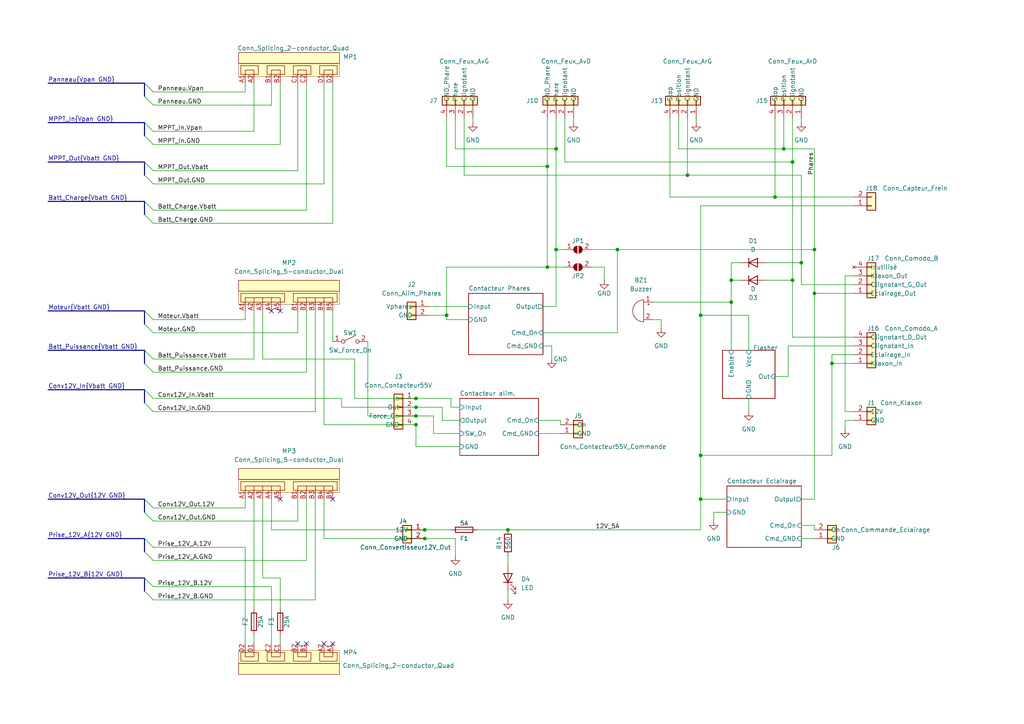
<source format=kicad_sch>
(kicad_sch (version 20211123) (generator eeschema)
  (paper "A4")
  (title_block (title "Boitier électrique vhéliotech") (date "2025-04-09") (rev "Beta 0.2") (company "Vélo solaire pour tous") (comment 1 "Licence CERN-OHL-S version 2"))
  (lib_symbols
    (symbol "Conn_Feux_Arriere_1" (pin_names (offset 1.016))
      (property "Reference" "J" (at 0 5.08 0))
      (property "Value" "Conn_Feux_Arriere_1" (at 0 -7.62 0))
      (symbol "Conn_Feux_Arriere_1_1_1"
        (rectangle (start -1.27 -4.953) (end 0 -5.207) (stroke (width 0.1524)))
        (rectangle (start -1.27 -2.413) (end 0 -2.667) (stroke (width 0.1524)))
        (rectangle (start -1.27 0.127) (end 0 -0.127) (stroke (width 0.1524)))
        (rectangle (start -1.27 2.667) (end 0 2.413) (stroke (width 0.1524)))
        (rectangle (start -1.27 3.81) (end 1.27 -6.35) (stroke (width 0.254)) (fill (type background)))
        (pin power_in line (at -5.08 2.54 0) (length 3.81) (name "GND") (number "1"))
        (pin passive line (at -5.08 0 0) (length 3.81) (name "Clignotant") (number "2"))
        (pin passive line (at -5.08 -2.54 0) (length 3.81) (name "Position") (number "3"))
        (pin passive line (at -5.08 -5.08 0) (length 3.81) (name "Stop") (number "4"))
      )
    )
    (symbol "Connector_Generic:Conn_01x02" (pin_names (offset 1.016) hide)
      (property "Reference" "J" (at 0 2.54 0))
      (property "Value" "Conn_01x02" (at 0 -5.08 0))
      (symbol "Conn_01x02_1_1"
        (rectangle (start -1.27 -2.413) (end 0 -2.667) (stroke (width 0.1524)))
        (rectangle (start -1.27 0.127) (end 0 -0.127) (stroke (width 0.1524)))
        (rectangle (start -1.27 1.27) (end 1.27 -3.81) (stroke (width 0.254)) (fill (type background)))
        (pin passive line (at -5.08 0 0) (length 3.81) (name "Pin_1") (number "1"))
        (pin passive line (at -5.08 -2.54 0) (length 3.81) (name "Pin_2") (number "2"))
      )
    )
    (symbol "Device:Buzzer" (pin_names (offset 0.0254) hide)
      (property "Reference" "BZ" (at 3.81 1.27 0))
      (property "Value" "Buzzer" (at 3.81 -1.27 0))
      (symbol "Buzzer_0_1"
        (arc (start 0 -3.175) (mid 3.175 0) (end 0 3.175))
        (polyline (pts (xy -1.651 1.905) (xy -1.143 1.905)))
        (polyline (pts (xy -1.397 2.159) (xy -1.397 1.651)))
        (polyline (pts (xy 0 3.175) (xy 0 -3.175)))
      )
      (symbol "Buzzer_1_1"
        (pin passive line (at -2.54 2.54 0) (length 2.54) (name "-") (number "1"))
        (pin passive line (at -2.54 -2.54 0) (length 2.54) (name "+") (number "2"))
      )
    )
    (symbol "Device:D" (pin_numbers hide) (pin_names (offset 1.016) hide)
      (property "Reference" "D" (at 0 2.54 0))
      (property "Value" "D" (at 0 -2.54 0))
      (symbol "D_0_1"
        (polyline (pts (xy -1.27 1.27) (xy -1.27 -1.27)) (stroke (width 0.254)))
        (polyline (pts (xy 1.27 0) (xy -1.27 0)))
        (polyline (pts (xy 1.27 1.27) (xy 1.27 -1.27) (xy -1.27 0) (xy 1.27 1.27)) (stroke (width 0.254)))
      )
      (symbol "D_1_1"
        (pin passive line (at -3.81 0 0) (length 2.54) (name "K") (number "1"))
        (pin passive line (at 3.81 0 180) (length 2.54) (name "A") (number "2"))
      )
    )
    (symbol "Device:LED" (pin_numbers hide) (pin_names (offset 1.016) hide)
      (property "Reference" "D" (at 0 2.54 0))
      (property "Value" "LED" (at 0 -2.54 0))
      (symbol "LED_0_1"
        (polyline (pts (xy -1.27 -1.27) (xy -1.27 1.27)) (stroke (width 0.254)))
        (polyline (pts (xy -1.27 0) (xy 1.27 0)))
        (polyline (pts (xy 1.27 -1.27) (xy 1.27 1.27) (xy -1.27 0) (xy 1.27 -1.27)) (stroke (width 0.254)))
        (polyline (pts (xy -3.048 -0.762) (xy -4.572 -2.286) (xy -3.81 -2.286) (xy -4.572 -2.286) (xy -4.572 -1.524)))
        (polyline (pts (xy -1.778 -0.762) (xy -3.302 -2.286) (xy -2.54 -2.286) (xy -3.302 -2.286) (xy -3.302 -1.524)))
      )
      (symbol "LED_1_1"
        (pin passive line (at -3.81 0 0) (length 2.54) (name "K") (number "1"))
        (pin passive line (at 3.81 0 180) (length 2.54) (name "A") (number "2"))
      )
    )
    (symbol "Device:R" (pin_numbers hide) (pin_names (offset 0))
      (property "Reference" "R" (at 2.032 0 90))
      (property "Value" "R" (at 0 0 90))
      (symbol "R_0_1"
        (rectangle (start -1.016 -2.54) (end 1.016 2.54) (stroke (width 0.254)))
      )
      (symbol "R_1_1"
        (pin passive line (at 0 3.81 270) (length 1.27) (name "~") (number "1"))
        (pin passive line (at 0 -3.81 90) (length 1.27) (name "~") (number "2"))
      )
    )
    (symbol "Jumper:SolderJumper_2_Open" (pin_names (offset 0) hide)
      (property "Reference" "JP" (at 0 2.032 0))
      (property "Value" "SolderJumper_2_Open" (at 0 -2.54 0))
      (symbol "SolderJumper_2_Open_0_1"
        (arc (start -0.254 1.016) (mid -1.27 0) (end -0.254 -1.016))
        (arc (start -0.254 1.016) (mid -1.27 0) (end -0.254 -1.016) (fill (type outline)))
        (polyline (pts (xy -0.254 1.016) (xy -0.254 -1.016)))
        (polyline (pts (xy 0.254 1.016) (xy 0.254 -1.016)))
        (arc (start 0.254 -1.016) (mid 1.27 0) (end 0.254 1.016))
        (arc (start 0.254 -1.016) (mid 1.27 0) (end 0.254 1.016) (fill (type outline)))
      )
      (symbol "SolderJumper_2_Open_1_1"
        (pin passive line (at -3.81 0 0) (length 2.54) (name "A") (number "1"))
        (pin passive line (at 3.81 0 180) (length 2.54) (name "B") (number "2"))
      )
    )
    (symbol "Switch:SW_SPST" (pin_names (offset 0) hide)
      (property "Reference" "SW" (at 0 3.175 0))
      (property "Value" "SW_SPST" (at 0 -2.54 0))
      (symbol "SW_SPST_0_0"
        (circle (center -2.032 0) (radius 0.508))
        (polyline (pts (xy -1.524 0.254) (xy 1.524 1.778)))
        (circle (center 2.032 0) (radius 0.508))
      )
      (symbol "SW_SPST_1_1"
        (pin passive line (at -5.08 0 0) (length 2.54) (name "A") (number "1"))
        (pin passive line (at 5.08 0 180) (length 2.54) (name "B") (number "2"))
      )
    )
    (symbol "circuit:Conn_Alim_Phares" (pin_names (offset 1.016))
      (property "Reference" "J" (at 0 2.54 0))
      (property "Value" "Conn_Alim_Phares" (at 0 -5.08 0))
      (symbol "Conn_Alim_Phares_1_1"
        (rectangle (start -1.27 -2.413) (end 0 -2.667) (stroke (width 0.1524)))
        (rectangle (start -1.27 0.127) (end 0 -0.127) (stroke (width 0.1524)))
        (rectangle (start -1.27 1.27) (end 1.27 -3.81) (stroke (width 0.254)) (fill (type background)))
        (pin power_out line (at -5.08 0 0) (length 3.81) (name "Vphares") (number "1"))
        (pin power_out line (at -5.08 -2.54 0) (length 3.81) (name "GND") (number "2"))
      )
    )
    (symbol "circuit:Conn_Commande_Eclairage" (pin_names (offset 1.016))
      (property "Reference" "J" (at 0 2.54 0))
      (property "Value" "Conn_Commande_Eclairage" (at 0 -5.08 0))
      (symbol "Conn_Commande_Eclairage_1_1"
        (rectangle (start -1.27 -2.413) (end 0 -2.667) (stroke (width 0.1524)))
        (rectangle (start -1.27 0.127) (end 0 -0.127) (stroke (width 0.1524)))
        (rectangle (start -1.27 1.27) (end 1.27 -3.81) (stroke (width 0.254)) (fill (type background)))
        (pin power_in line (at -5.08 0 0) (length 3.81) (name "GND") (number "1"))
        (pin passive line (at -5.08 -2.54 0) (length 3.81) (name "On") (number "2"))
      )
    )
    (symbol "circuit:Conn_Comodo_A" (pin_names (offset 1.016))
      (property "Reference" "J" (at 0 5.08 0))
      (property "Value" "Conn_Comodo_A" (at 0 -7.62 0))
      (symbol "Conn_Comodo_A_1_1"
        (rectangle (start -1.27 -4.953) (end 0 -5.207) (stroke (width 0.1524)))
        (rectangle (start -1.27 -2.413) (end 0 -2.667) (stroke (width 0.1524)))
        (rectangle (start -1.27 0.127) (end 0 -0.127) (stroke (width 0.1524)))
        (rectangle (start -1.27 2.667) (end 0 2.413) (stroke (width 0.1524)))
        (rectangle (start -1.27 3.81) (end 1.27 -6.35) (stroke (width 0.254)) (fill (type background)))
        (pin passive line (at -5.08 2.54 0) (length 3.81) (name "Klaxon_In") (number "1"))
        (pin passive line (at -5.08 0 0) (length 3.81) (name "Eclairage_In") (number "2"))
        (pin passive line (at -5.08 -2.54 0) (length 3.81) (name "Clignotant_In") (number "3"))
        (pin passive line (at -5.08 -5.08 0) (length 3.81) (name "Clignotant_D_Out") (number "4"))
      )
    )
    (symbol "circuit:Conn_Comodo_B" (pin_names (offset 1.016))
      (property "Reference" "J" (at 0 5.08 0))
      (property "Value" "Conn_Comodo_B" (at 0 -7.62 0))
      (symbol "Conn_Comodo_B_1_1"
        (rectangle (start -1.27 -4.953) (end 0 -5.207) (stroke (width 0.1524)))
        (rectangle (start -1.27 -2.413) (end 0 -2.667) (stroke (width 0.1524)))
        (rectangle (start -1.27 0.127) (end 0 -0.127) (stroke (width 0.1524)))
        (rectangle (start -1.27 2.667) (end 0 2.413) (stroke (width 0.1524)))
        (rectangle (start -1.27 3.81) (end 1.27 -6.35) (stroke (width 0.254)) (fill (type background)))
        (pin passive line (at -5.08 2.54 0) (length 3.81) (name "Eclairage_Out") (number "1"))
        (pin passive line (at -5.08 0 0) (length 3.81) (name "Clignotant_G_Out") (number "2"))
        (pin passive line (at -5.08 -2.54 0) (length 3.81) (name "Klaxon_Out") (number "3"))
        (pin no_connect line (at -5.08 -5.08 0) (length 3.81) (name "Inutilisé") (number "4"))
      )
    )
    (symbol "circuit:Conn_Contacteur55V" (pin_names (offset 1.016))
      (property "Reference" "J" (at 0 5.08 0))
      (property "Value" "Conn_Contacteur55V" (at 0 -7.62 0))
      (symbol "Conn_Contacteur55V_1_1"
        (rectangle (start -1.27 -4.953) (end 0 -5.207) (stroke (width 0.1524)))
        (rectangle (start -1.27 -2.413) (end 0 -2.667) (stroke (width 0.1524)))
        (rectangle (start -1.27 0.127) (end 0 -0.127) (stroke (width 0.1524)))
        (rectangle (start -1.27 2.667) (end 0 2.413) (stroke (width 0.1524)))
        (rectangle (start -1.27 3.81) (end 1.27 -6.35) (stroke (width 0.254)) (fill (type background)))
        (pin power_in line (at -5.08 2.54 0) (length 3.81) (name "In") (number "1"))
        (pin power_in line (at -5.08 0 0) (length 3.81) (name "Out") (number "2"))
        (pin passive line (at -5.08 -2.54 0) (length 3.81) (name "Force_On") (number "3"))
        (pin power_in line (at -5.08 -5.08 0) (length 3.81) (name "GND") (number "4"))
      )
    )
    (symbol "circuit:Conn_Contacteur55V_Commande" (pin_names (offset 1.016))
      (property "Reference" "J" (at 0 2.54 0))
      (property "Value" "Conn_Contacteur55V_Commande" (at 0 -5.08 0))
      (symbol "Conn_Contacteur55V_Commande_1_1"
        (rectangle (start -1.27 -2.413) (end 0 -2.667) (stroke (width 0.1524)))
        (rectangle (start -1.27 0.127) (end 0 -0.127) (stroke (width 0.1524)))
        (rectangle (start -1.27 1.27) (end 1.27 -3.81) (stroke (width 0.254)) (fill (type background)))
        (pin power_in line (at -5.08 0 0) (length 3.81) (name "GND") (number "1"))
        (pin passive line (at -5.08 -2.54 0) (length 3.81) (name "On") (number "2"))
      )
    )
    (symbol "circuit:Conn_Convertisseur12V_Out" (pin_names (offset 1.016))
      (property "Reference" "J" (at 0 2.54 0))
      (property "Value" "Conn_Convertisseur12V_Out" (at 0 -5.08 0))
      (symbol "Conn_Convertisseur12V_Out_1_1"
        (rectangle (start -1.27 -2.413) (end 0 -2.667) (stroke (width 0.1524)))
        (rectangle (start -1.27 0.127) (end 0 -0.127) (stroke (width 0.1524)))
        (rectangle (start -1.27 1.27) (end 1.27 -3.81) (stroke (width 0.254)) (fill (type background)))
        (pin power_out line (at -5.08 0 0) (length 3.81) (name "12V") (number "1"))
        (pin power_out line (at -5.08 -2.54 0) (length 3.81) (name "GND") (number "2"))
      )
    )
    (symbol "circuit:Conn_Feux_Arriere" (pin_names (offset 1.016))
      (property "Reference" "J" (at 0 5.08 0))
      (property "Value" "Conn_Feux_Arriere" (at 0 -7.62 0))
      (symbol "Conn_Feux_Arriere_1_1"
        (rectangle (start -1.27 -4.953) (end 0 -5.207) (stroke (width 0.1524)))
        (rectangle (start -1.27 -2.413) (end 0 -2.667) (stroke (width 0.1524)))
        (rectangle (start -1.27 0.127) (end 0 -0.127) (stroke (width 0.1524)))
        (rectangle (start -1.27 2.667) (end 0 2.413) (stroke (width 0.1524)))
        (rectangle (start -1.27 3.81) (end 1.27 -6.35) (stroke (width 0.254)) (fill (type background)))
        (pin power_in line (at -5.08 2.54 0) (length 3.81) (name "GND") (number "1"))
        (pin passive line (at -5.08 0 0) (length 3.81) (name "Clignotant") (number "2"))
        (pin passive line (at -5.08 -2.54 0) (length 3.81) (name "Position") (number "3"))
        (pin passive line (at -5.08 -5.08 0) (length 3.81) (name "Stop") (number "4"))
      )
    )
    (symbol "circuit:Conn_Feux_Avant" (pin_names (offset 1.016))
      (property "Reference" "J" (at 0 5.08 0))
      (property "Value" "Conn_Feux_Avant" (at 0 -7.62 0))
      (symbol "Conn_Feux_Avant_1_1"
        (rectangle (start -1.27 -4.953) (end 0 -5.207) (stroke (width 0.1524)))
        (rectangle (start -1.27 -2.413) (end 0 -2.667) (stroke (width 0.1524)))
        (rectangle (start -1.27 0.127) (end 0 -0.127) (stroke (width 0.1524)))
        (rectangle (start -1.27 2.667) (end 0 2.413) (stroke (width 0.1524)))
        (rectangle (start -1.27 3.81) (end 1.27 -6.35) (stroke (width 0.254)) (fill (type background)))
        (pin power_in line (at -5.08 2.54 0) (length 3.81) (name "GND") (number "1"))
        (pin passive line (at -5.08 0 0) (length 3.81) (name "Clignotant") (number "2"))
        (pin passive line (at -5.08 -2.54 0) (length 3.81) (name "Phare") (number "3"))
        (pin power_in line (at -5.08 -5.08 0) (length 3.81) (name "GND_Phare") (number "4"))
      )
    )
    (symbol "circuit:Conn_Klaxon" (pin_names (offset 1.016))
      (property "Reference" "J" (at 0 2.54 0))
      (property "Value" "Conn_Klaxon" (at 0 -5.08 0))
      (symbol "Conn_Klaxon_1_1"
        (rectangle (start -1.27 -2.413) (end 0 -2.667) (stroke (width 0.1524)))
        (rectangle (start -1.27 0.127) (end 0 -0.127) (stroke (width 0.1524)))
        (rectangle (start -1.27 1.27) (end 1.27 -3.81) (stroke (width 0.254)) (fill (type background)))
        (pin power_in line (at -5.08 0 0) (length 3.81) (name "GND") (number "1"))
        (pin passive line (at -5.08 -2.54 0) (length 3.81) (name "12V") (number "2"))
      )
    )
    (symbol "circuit:Conn_Splicing_2-conductor_Quad"
      (property "Reference" "MP" (at 0.635 11.43 0))
      (property "Value" "Conn_Splicing_2-conductor_Quad" (at 1.27 -21.59 0))
      (symbol "Conn_Splicing_2-conductor_Quad_0_1"
        (rectangle (start -3.175 9.525) (end 0.635 -19.685) (stroke (width 0.01)) (fill (type background)))
        (rectangle (start -2.54 -13.97) (end 0 -19.05))
        (rectangle (start -2.54 -6.35) (end 0 -11.43))
        (rectangle (start -2.54 1.27) (end 0 -3.81))
        (rectangle (start -2.54 8.89) (end 0 3.81))
        (polyline (pts (xy -2.54 -15.24) (xy -1.27 -15.24) (xy -1.27 -17.78) (xy -2.54 -17.78)))
        (polyline (pts (xy -2.54 -7.62) (xy -1.27 -7.62) (xy -1.27 -10.16) (xy -2.54 -10.16)))
        (polyline (pts (xy -2.54 0) (xy -1.27 0) (xy -1.27 -2.54) (xy -2.54 -2.54)))
        (polyline (pts (xy -2.54 7.62) (xy -1.27 7.62) (xy -1.27 5.08) (xy -2.54 5.08)))
        (rectangle (start 0.635 9.525) (end 3.81 -19.685) (fill (type background)))
      )
      (symbol "Conn_Splicing_2-conductor_Quad_1_1"
        (pin passive line (at -5.08 7.62 0) (length 2.54) (name "") (number "A1"))
        (pin passive line (at -5.08 5.08 0) (length 2.54) (name "") (number "A2"))
        (pin passive line (at -5.08 0 0) (length 2.54) (name "") (number "B1"))
        (pin passive line (at -5.08 -2.54 0) (length 2.54) (name "") (number "B2"))
        (pin passive line (at -5.08 -7.62 0) (length 2.54) (name "") (number "C1"))
        (pin passive line (at -5.08 -10.16 0) (length 2.54) (name "") (number "C2"))
        (pin passive line (at -5.08 -15.24 0) (length 2.54) (name "") (number "D1"))
        (pin passive line (at -5.08 -17.78 0) (length 2.54) (name "") (number "D2"))
      )
    )
    (symbol "circuit:Conn_Splicing_5-conductor_Dual"
      (property "Reference" "MP" (at 0.635 11.43 0))
      (property "Value" "Conn_Splicing_5-conductor_Dual" (at 1.27 -21.59 0))
      (symbol "Conn_Splicing_5-conductor_Dual_0_1"
        (rectangle (start -3.175 9.525) (end 0.635 -19.685) (stroke (width 0.01)) (fill (type background)))
        (rectangle (start -2.54 -6.35) (end 0 -19.05))
        (rectangle (start -2.54 8.89) (end 0 -3.81))
        (polyline (pts (xy -1.27 -15.24) (xy -2.54 -15.24)))
        (polyline (pts (xy -1.27 -12.7) (xy -2.54 -12.7)))
        (polyline (pts (xy -1.27 -10.16) (xy -2.54 -10.16)))
        (polyline (pts (xy -1.27 0) (xy -2.54 0)))
        (polyline (pts (xy -1.27 2.54) (xy -2.54 2.54)))
        (polyline (pts (xy -1.27 5.08) (xy -2.54 5.08)))
        (polyline (pts (xy -2.54 -7.62) (xy -1.27 -7.62) (xy -1.27 -17.78) (xy -2.54 -17.78)))
        (polyline (pts (xy -2.54 7.62) (xy -1.27 7.62) (xy -1.27 -2.54) (xy -2.54 -2.54)))
        (rectangle (start 0.635 9.525) (end 3.81 -19.685) (fill (type background)))
      )
      (symbol "Conn_Splicing_5-conductor_Dual_1_1"
        (pin passive line (at -5.08 7.62 0) (length 2.54) (name "") (number "A1"))
        (pin passive line (at -5.08 5.08 0) (length 2.54) (name "") (number "A2"))
        (pin passive line (at -5.08 2.54 0) (length 2.54) (name "") (number "A3"))
        (pin passive line (at -5.08 0 0) (length 2.54) (name "") (number "A4"))
        (pin passive line (at -5.08 -2.54 0) (length 2.54) (name "") (number "A5"))
        (pin passive line (at -5.08 -7.62 0) (length 2.54) (name "") (number "B1"))
        (pin passive line (at -5.08 -10.16 0) (length 2.54) (name "") (number "B2"))
        (pin passive line (at -5.08 -12.7 0) (length 2.54) (name "") (number "B3"))
        (pin passive line (at -5.08 -15.24 0) (length 2.54) (name "") (number "B4"))
        (pin passive line (at -5.08 -17.78 0) (length 2.54) (name "") (number "B5"))
      )
    )
    (symbol "circuit:Fuse" (pin_numbers hide) (pin_names (offset 0))
      (property "Reference" "F" (at 2.032 0 90))
      (property "Value" "Fuse" (at -1.905 0 90))
      (symbol "Fuse_0_1"
        (rectangle (start -0.762 -2.54) (end 0.762 2.54) (stroke (width 0.254)))
        (polyline (pts (xy 0 2.54) (xy 0 -2.54)))
      )
      (symbol "Fuse_1_1"
        (pin passive line (at 0 3.81 270) (length 1.27) (name "~") (number "1"))
        (pin passive line (at 0 -3.81 90) (length 1.27) (name "~") (number "2"))
      )
    )
    (symbol "power:GND" (power) (pin_names (offset 0))
      (property "Value" "GND" (at 0 -3.81 0))
      (symbol "GND_0_1"
        (polyline (pts (xy 0 0) (xy 0 -1.27) (xy 1.27 -1.27) (xy 0 -2.54) (xy -1.27 -1.27) (xy 0 -1.27)))
      )
      (symbol "GND_1_1"
        (pin power_in line (at 0 0 270) (length 0) hide (name "GND") (number "1"))
      )
    )
  )
  (junction (at 203.2 132.08))
  (junction (at 123.19 156.21))
  (junction (at 179.07 72.39))
  (junction (at 199.39 50.8))
  (junction (at 161.29 43.18))
  (junction (at 224.79 57.15))
  (junction (at 120.65 123.19))
  (junction (at 120.65 115.57))
  (junction (at 229.87 81.28))
  (junction (at 203.2 91.44))
  (junction (at 227.33 43.18))
  (junction (at 161.29 72.39))
  (junction (at 229.87 46.99))
  (junction (at 120.65 120.65))
  (junction (at 212.09 81.28))
  (junction (at 120.65 118.11))
  (junction (at 241.3 105.41))
  (junction (at 236.22 72.39))
  (junction (at 158.75 48.26))
  (junction (at 212.09 87.63))
  (junction (at 147.32 153.67))
  (junction (at 123.19 153.67))
  (junction (at 129.54 91.44))
  (junction (at 236.22 85.09))
  (junction (at 203.2 144.78))
  (junction (at 232.41 76.2))
  (junction (at 158.75 77.47))
  (no_connect (at 96.52 186.69))
  (no_connect (at 96.52 144.78))
  (no_connect (at 78.74 90.17))
  (no_connect (at 88.9 186.69))
  (no_connect (at 93.98 186.69))
  (no_connect (at 86.36 186.69))
  (no_connect (at 81.28 144.78))
  (no_connect (at 81.28 90.17))
  (bus_entry (at 41.91 35.56) (size 2.54 2.54))
  (bus_entry (at 41.91 105.41) (size 2.54 2.54))
  (bus_entry (at 41.91 144.78) (size 2.54 2.54))
  (bus_entry (at 41.91 58.42) (size 2.54 2.54))
  (bus_entry (at 41.91 116.84) (size 2.54 2.54))
  (bus_entry (at 41.91 62.23) (size 2.54 2.54))
  (bus_entry (at 41.91 24.13) (size 2.54 2.54))
  (bus_entry (at 41.91 50.8) (size 2.54 2.54))
  (bus_entry (at 41.91 167.64) (size 2.54 2.54))
  (bus_entry (at 41.91 46.99) (size 2.54 2.54))
  (bus_entry (at 41.91 156.21) (size 2.54 2.54))
  (bus_entry (at 41.91 93.98) (size 2.54 2.54))
  (bus_entry (at 41.91 113.03) (size 2.54 2.54))
  (bus_entry (at 41.91 171.45) (size 2.54 2.54))
  (bus_entry (at 41.91 90.17) (size 2.54 2.54))
  (bus_entry (at 41.91 148.59) (size 2.54 2.54))
  (bus_entry (at 41.91 27.94) (size 2.54 2.54))
  (bus_entry (at 41.91 160.02) (size 2.54 2.54))
  (bus_entry (at 41.91 101.6) (size 2.54 2.54))
  (bus_entry (at 41.91 39.37) (size 2.54 2.54))
  (wire (pts (xy 125.73 125.73) (xy 125.73 120.65)))
  (wire (pts (xy 217.17 115.57) (xy 217.17 119.38)))
  (wire (pts (xy 71.12 147.32) (xy 71.12 144.78)))
  (wire (pts (xy 203.2 144.78) (xy 203.2 153.67)))
  (wire (pts (xy 212.09 87.63) (xy 212.09 101.6)))
  (wire (pts (xy 161.29 72.39) (xy 161.29 88.9)))
  (wire (pts (xy 247.65 121.92) (xy 245.11 121.92)))
  (bus (pts (xy 41.91 35.56) (xy 41.91 39.37)))
  (wire (pts (xy 124.46 88.9) (xy 135.89 88.9)))
  (wire (pts (xy 130.81 115.57) (xy 120.65 115.57)))
  (wire (pts (xy 203.2 144.78) (xy 210.82 144.78)))
  (wire (pts (xy 88.9 162.56) (xy 88.9 144.78)))
  (wire (pts (xy 129.54 34.29) (xy 129.54 48.26)))
  (wire (pts (xy 228.6 100.33) (xy 228.6 109.22)))
  (wire (pts (xy 222.25 76.2) (xy 232.41 76.2)))
  (wire (pts (xy 161.29 43.18) (xy 132.08 43.18)))
  (wire (pts (xy 212.09 81.28) (xy 212.09 87.63)))
  (bus (pts (xy 13.97 24.13) (xy 41.91 24.13)))
  (wire (pts (xy 232.41 156.21) (xy 236.22 156.21)))
  (wire (pts (xy 44.45 162.56) (xy 88.9 162.56)))
  (wire (pts (xy 125.73 120.65) (xy 120.65 120.65)))
  (bus (pts (xy 41.91 144.78) (xy 41.91 148.59)))
  (wire (pts (xy 44.45 158.75) (xy 71.12 158.75)))
  (wire (pts (xy 227.33 34.29) (xy 227.33 43.18)))
  (wire (pts (xy 44.45 170.18) (xy 78.74 170.18)))
  (wire (pts (xy 93.98 90.17) (xy 93.98 123.19)))
  (wire (pts (xy 76.2 104.14) (xy 102.87 104.14)))
  (wire (pts (xy 199.39 34.29) (xy 199.39 50.8)))
  (wire (pts (xy 147.32 171.45) (xy 147.32 173.99)))
  (wire (pts (xy 88.9 60.96) (xy 88.9 24.13)))
  (wire (pts (xy 129.54 92.71) (xy 135.89 92.71)))
  (wire (pts (xy 158.75 77.47) (xy 129.54 77.47)))
  (wire (pts (xy 229.87 46.99) (xy 163.83 46.99)))
  (wire (pts (xy 120.65 123.19) (xy 93.98 123.19)))
  (wire (pts (xy 161.29 72.39) (xy 163.83 72.39)))
  (wire (pts (xy 44.45 147.32) (xy 71.12 147.32)))
  (wire (pts (xy 73.66 144.78) (xy 73.66 176.53)))
  (wire (pts (xy 81.28 167.64) (xy 81.28 176.53)))
  (wire (pts (xy 44.45 30.48) (xy 78.74 30.48)))
  (wire (pts (xy 137.16 34.29) (xy 137.16 35.56)))
  (wire (pts (xy 161.29 34.29) (xy 161.29 43.18)))
  (wire (pts (xy 241.3 105.41) (xy 241.3 102.87)))
  (wire (pts (xy 44.45 26.67) (xy 71.12 26.67)))
  (wire (pts (xy 133.35 125.73) (xy 125.73 125.73)))
  (wire (pts (xy 102.87 115.57) (xy 120.65 115.57)))
  (wire (pts (xy 179.07 72.39) (xy 236.22 72.39)))
  (wire (pts (xy 128.27 121.92) (xy 128.27 118.11)))
  (wire (pts (xy 96.52 90.17) (xy 96.52 99.06)))
  (wire (pts (xy 158.75 77.47) (xy 163.83 77.47)))
  (wire (pts (xy 147.32 153.67) (xy 203.2 153.67)))
  (wire (pts (xy 71.12 92.71) (xy 71.12 90.17)))
  (wire (pts (xy 161.29 43.18) (xy 161.29 72.39)))
  (wire (pts (xy 245.11 119.38) (xy 247.65 119.38)))
  (wire (pts (xy 86.36 96.52) (xy 86.36 90.17)))
  (wire (pts (xy 247.65 97.79) (xy 229.87 97.79)))
  (wire (pts (xy 91.44 173.99) (xy 91.44 144.78)))
  (bus (pts (xy 13.97 144.78) (xy 41.91 144.78)))
  (wire (pts (xy 102.87 104.14) (xy 102.87 115.57)))
  (wire (pts (xy 78.74 186.69) (xy 78.74 170.18)))
  (bus (pts (xy 13.97 156.21) (xy 41.91 156.21)))
  (wire (pts (xy 203.2 91.44) (xy 217.17 91.44)))
  (bus (pts (xy 13.97 58.42) (xy 41.91 58.42)))
  (bus (pts (xy 13.97 35.56) (xy 41.91 35.56)))
  (wire (pts (xy 245.11 80.01) (xy 245.11 119.38)))
  (wire (pts (xy 129.54 48.26) (xy 158.75 48.26)))
  (wire (pts (xy 73.66 184.15) (xy 73.66 186.69)))
  (wire (pts (xy 203.2 91.44) (xy 203.2 132.08)))
  (wire (pts (xy 224.79 57.15) (xy 224.79 34.29)))
  (wire (pts (xy 123.19 156.21) (xy 132.08 156.21)))
  (wire (pts (xy 157.48 100.33) (xy 160.02 100.33)))
  (wire (pts (xy 138.43 153.67) (xy 147.32 153.67)))
  (wire (pts (xy 191.77 95.25) (xy 191.77 92.71)))
  (wire (pts (xy 179.07 72.39) (xy 179.07 96.52)))
  (wire (pts (xy 201.93 34.29) (xy 201.93 35.56)))
  (wire (pts (xy 236.22 43.18) (xy 236.22 72.39)))
  (wire (pts (xy 156.21 125.73) (xy 162.56 125.73)))
  (wire (pts (xy 81.28 184.15) (xy 81.28 186.69)))
  (wire (pts (xy 241.3 105.41) (xy 241.3 132.08)))
  (wire (pts (xy 158.75 48.26) (xy 158.75 77.47)))
  (wire (pts (xy 76.2 90.17) (xy 76.2 104.14)))
  (wire (pts (xy 78.74 30.48) (xy 78.74 24.13)))
  (wire (pts (xy 212.09 76.2) (xy 212.09 81.28)))
  (wire (pts (xy 78.74 153.67) (xy 78.74 144.78)))
  (wire (pts (xy 44.45 53.34) (xy 93.98 53.34)))
  (wire (pts (xy 194.31 57.15) (xy 194.31 34.29)))
  (wire (pts (xy 207.01 151.13) (xy 207.01 148.59)))
  (wire (pts (xy 229.87 81.28) (xy 229.87 97.79)))
  (wire (pts (xy 228.6 100.33) (xy 247.65 100.33)))
  (wire (pts (xy 134.62 50.8) (xy 134.62 34.29)))
  (wire (pts (xy 245.11 80.01) (xy 247.65 80.01)))
  (wire (pts (xy 129.54 91.44) (xy 129.54 92.71)))
  (wire (pts (xy 222.25 81.28) (xy 229.87 81.28)))
  (bus (pts (xy 13.97 113.03) (xy 41.91 113.03)))
  (wire (pts (xy 133.35 129.54) (xy 120.65 129.54)))
  (bus (pts (xy 41.91 101.6) (xy 41.91 105.41)))
  (wire (pts (xy 157.48 96.52) (xy 179.07 96.52)))
  (wire (pts (xy 129.54 77.47) (xy 129.54 91.44)))
  (wire (pts (xy 133.35 121.92) (xy 128.27 121.92)))
  (bus (pts (xy 41.91 46.99) (xy 41.91 50.8)))
  (wire (pts (xy 88.9 107.95) (xy 88.9 90.17)))
  (wire (pts (xy 44.45 115.57) (xy 99.06 115.57)))
  (wire (pts (xy 236.22 152.4) (xy 232.41 152.4)))
  (wire (pts (xy 212.09 81.28) (xy 214.63 81.28)))
  (bus (pts (xy 41.91 24.13) (xy 41.91 27.94)))
  (wire (pts (xy 86.36 151.13) (xy 86.36 144.78)))
  (wire (pts (xy 44.45 107.95) (xy 88.9 107.95)))
  (wire (pts (xy 76.2 144.78) (xy 76.2 167.64)))
  (wire (pts (xy 232.41 76.2) (xy 232.41 82.55)))
  (wire (pts (xy 147.32 161.29) (xy 147.32 163.83)))
  (wire (pts (xy 203.2 59.69) (xy 247.65 59.69)))
  (wire (pts (xy 99.06 118.11) (xy 99.06 115.57)))
  (wire (pts (xy 189.23 87.63) (xy 212.09 87.63)))
  (wire (pts (xy 133.35 118.11) (xy 130.81 118.11)))
  (wire (pts (xy 106.68 99.06) (xy 106.68 120.65)))
  (wire (pts (xy 130.81 118.11) (xy 130.81 115.57)))
  (wire (pts (xy 86.36 49.53) (xy 86.36 24.13)))
  (wire (pts (xy 123.19 153.67) (xy 78.74 153.67)))
  (wire (pts (xy 44.45 41.91) (xy 81.28 41.91)))
  (wire (pts (xy 120.65 129.54) (xy 120.65 123.19)))
  (wire (pts (xy 196.85 34.29) (xy 196.85 43.18)))
  (wire (pts (xy 157.48 88.9) (xy 161.29 88.9)))
  (wire (pts (xy 93.98 156.21) (xy 93.98 144.78)))
  (wire (pts (xy 81.28 41.91) (xy 81.28 24.13)))
  (wire (pts (xy 236.22 153.67) (xy 236.22 152.4)))
  (wire (pts (xy 203.2 59.69) (xy 203.2 91.44)))
  (wire (pts (xy 214.63 76.2) (xy 212.09 76.2)))
  (bus (pts (xy 41.91 167.64) (xy 41.91 171.45)))
  (wire (pts (xy 44.45 119.38) (xy 91.44 119.38)))
  (wire (pts (xy 73.66 104.14) (xy 73.66 90.17)))
  (wire (pts (xy 44.45 64.77) (xy 96.52 64.77)))
  (wire (pts (xy 241.3 102.87) (xy 247.65 102.87)))
  (wire (pts (xy 171.45 72.39) (xy 179.07 72.39)))
  (wire (pts (xy 44.45 151.13) (xy 86.36 151.13)))
  (wire (pts (xy 199.39 50.8) (xy 134.62 50.8)))
  (wire (pts (xy 247.65 105.41) (xy 241.3 105.41)))
  (wire (pts (xy 44.45 49.53) (xy 86.36 49.53)))
  (wire (pts (xy 91.44 119.38) (xy 91.44 90.17)))
  (wire (pts (xy 132.08 156.21) (xy 132.08 161.29)))
  (wire (pts (xy 232.41 50.8) (xy 232.41 76.2)))
  (wire (pts (xy 245.11 121.92) (xy 245.11 124.46)))
  (wire (pts (xy 73.66 38.1) (xy 73.66 24.13)))
  (wire (pts (xy 224.79 57.15) (xy 194.31 57.15)))
  (wire (pts (xy 163.83 46.99) (xy 163.83 34.29)))
  (wire (pts (xy 44.45 92.71) (xy 71.12 92.71)))
  (wire (pts (xy 232.41 144.78) (xy 236.22 144.78)))
  (wire (pts (xy 71.12 26.67) (xy 71.12 24.13)))
  (wire (pts (xy 224.79 57.15) (xy 247.65 57.15)))
  (bus (pts (xy 13.97 167.64) (xy 41.91 167.64)))
  (wire (pts (xy 175.26 81.28) (xy 175.26 77.47)))
  (wire (pts (xy 236.22 85.09) (xy 247.65 85.09)))
  (wire (pts (xy 236.22 85.09) (xy 236.22 144.78)))
  (wire (pts (xy 171.45 77.47) (xy 175.26 77.47)))
  (wire (pts (xy 44.45 60.96) (xy 88.9 60.96)))
  (wire (pts (xy 44.45 96.52) (xy 86.36 96.52)))
  (wire (pts (xy 203.2 132.08) (xy 241.3 132.08)))
  (wire (pts (xy 106.68 120.65) (xy 120.65 120.65)))
  (bus (pts (xy 41.91 90.17) (xy 41.91 93.98)))
  (wire (pts (xy 236.22 72.39) (xy 236.22 85.09)))
  (wire (pts (xy 124.46 91.44) (xy 129.54 91.44)))
  (wire (pts (xy 158.75 48.26) (xy 158.75 34.29)))
  (wire (pts (xy 229.87 46.99) (xy 229.87 81.28)))
  (wire (pts (xy 44.45 173.99) (xy 91.44 173.99)))
  (wire (pts (xy 156.21 121.92) (xy 162.56 121.92)))
  (wire (pts (xy 96.52 64.77) (xy 96.52 24.13)))
  (bus (pts (xy 13.97 46.99) (xy 41.91 46.99)))
  (bus (pts (xy 13.97 101.6) (xy 41.91 101.6)))
  (wire (pts (xy 199.39 50.8) (xy 232.41 50.8)))
  (wire (pts (xy 99.06 118.11) (xy 120.65 118.11)))
  (bus (pts (xy 41.91 58.42) (xy 41.91 62.23)))
  (wire (pts (xy 203.2 132.08) (xy 203.2 144.78)))
  (wire (pts (xy 162.56 123.19) (xy 162.56 121.92)))
  (wire (pts (xy 229.87 34.29) (xy 229.87 46.99)))
  (wire (pts (xy 166.37 34.29) (xy 166.37 35.56)))
  (wire (pts (xy 44.45 104.14) (xy 73.66 104.14)))
  (bus (pts (xy 41.91 156.21) (xy 41.91 160.02)))
  (wire (pts (xy 224.79 109.22) (xy 228.6 109.22)))
  (wire (pts (xy 207.01 148.59) (xy 210.82 148.59)))
  (bus (pts (xy 13.97 90.17) (xy 41.91 90.17)))
  (wire (pts (xy 191.77 92.71) (xy 189.23 92.71)))
  (wire (pts (xy 232.41 82.55) (xy 247.65 82.55)))
  (wire (pts (xy 232.41 34.29) (xy 232.41 35.56)))
  (wire (pts (xy 44.45 38.1) (xy 73.66 38.1)))
  (wire (pts (xy 217.17 91.44) (xy 217.17 101.6)))
  (wire (pts (xy 196.85 43.18) (xy 227.33 43.18)))
  (wire (pts (xy 76.2 167.64) (xy 81.28 167.64)))
  (wire (pts (xy 123.19 156.21) (xy 93.98 156.21)))
  (wire (pts (xy 128.27 118.11) (xy 120.65 118.11)))
  (wire (pts (xy 227.33 43.18) (xy 236.22 43.18)))
  (bus (pts (xy 41.91 113.03) (xy 41.91 116.84)))
  (wire (pts (xy 71.12 186.69) (xy 71.12 158.75)))
  (wire (pts (xy 123.19 153.67) (xy 130.81 153.67)))
  (wire (pts (xy 132.08 43.18) (xy 132.08 34.29)))
  (wire (pts (xy 93.98 53.34) (xy 93.98 24.13)))
  (wire (pts (xy 160.02 100.33) (xy 160.02 104.14)))
  (label "Panneau.Vpan" (at 45.72 26.67 0))
  (label "Panneau.GND" (at 45.72 30.48 0))
  (label "Conv12V_In.Vbatt" (at 45.72 115.57 0))
  (label "Batt_Charge{Vbatt GND}" (at 13.97 58.42 0))
  (label "MPPT_Out{Vbatt GND}" (at 13.97 46.99 0))
  (label "Moteur.GND" (at 45.72 96.52 0))
  (label "Batt_Puissance.Vbatt" (at 45.72 104.14 0))
  (label "Panneau{Vpan GND}" (at 13.97 24.13 0))
  (label "Moteur.Vbatt" (at 45.72 92.71 0))
  (label "Phares" (at 236.22 50.8 90))
  (label "Conv12V_Out.GND" (at 45.72 151.13 0))
  (label "Batt_Charge.GND" (at 45.72 64.77 0))
  (label "Conv12V_Out{12V GND}" (at 13.97 144.78 0))
  (label "MPPT_In{Vpan GND}" (at 13.97 35.56 0))
  (label "Batt_Charge.Vbatt" (at 45.72 60.96 0))
  (label "Prise_12V_B{12V GND}" (at 13.97 167.64 0))
  (label "Conv12V_In{Vbatt GND}" (at 13.97 113.03 0))
  (label "Prise_12V_A.GND" (at 45.72 162.56 0))
  (label "MPPT_In.GND" (at 45.72 41.91 0))
  (label "12V_5A" (at 172.72 153.67 0))
  (label "Batt_Puissance.GND" (at 45.72 107.95 0))
  (label "Conv12V_In.GND" (at 45.72 119.38 0))
  (label "Batt_Puissance{Vbatt GND}" (at 13.97 101.6 0))
  (label "Prise_12V_A.12V" (at 45.72 158.75 0))
  (label "Moteur{Vbatt GND}" (at 13.97 90.17 0))
  (label "Prise_12V_A{12V GND}" (at 13.97 156.21 0))
  (label "Prise_12V_B.12V" (at 45.72 170.18 0))
  (label "MPPT_Out.GND" (at 45.72 53.34 0))
  (label "MPPT_Out.Vbatt" (at 45.72 49.53 0))
  (label "MPPT_In.Vpan" (at 45.72 38.1 0))
  (label "Conv12V_Out.12V" (at 45.72 147.32 0))
  (label "Prise_12V_B.GND" (at 45.72 173.99 0))
  (symbol (lib_id "power:GND") (at 245.11 124.46 0) (unit 1)
    (property "Reference" "#PWR0102" (effects hide))
    (property "Value" "GND" (at 245.11 129.54 0))
  )
  (symbol (lib_id "power:GND") (at 132.08 161.29 0) (unit 1)
    (property "Reference" "#PWR0107" (effects hide))
    (property "Value" "GND" (at 132.08 166.37 0))
  )
  (symbol (lib_id "circuit:Conn_Feux_Avant") (at 163.83 29.21 270) (mirror x) (unit 1)
    (property "Reference" "J10" (at 156.21 29.21 90) (effects (justify right)))
    (property "Value" "Conn_Feux_AvD" (at 171.45 17.78 90) (effects (justify right)))
    (property "Footprint" "circuit:TerminalBlock_Wago_2601-3104_1x04_P3.50mm_Vertical" (effects hide))
  )
  (symbol (lib_id "power:GND") (at 207.01 151.13 0) (unit 1)
    (property "Reference" "#PWR0108" (effects hide))
    (property "Value" "GND" (at 207.01 156.21 0))
  )
  (symbol (lib_id "circuit:Conn_Contacteur55V") (at 115.57 118.11 0) (mirror y) (unit 1)
    (property "Reference" "J3" (at 115.57 109.22 0))
    (property "Value" "Conn_Contacteur55V" (at 115.57 111.76 0))
    (property "Footprint" "circuit:TerminalBlock_Wago_2601-3104_1x04_P3.50mm_Vertical" (effects hide))
  )
  (symbol (lib_id "circuit:Fuse") (at 73.66 180.34 180) (unit 1) (on_board no)
    (property "Reference" "F2" (at 71.12 180.34 90))
    (property "Value" "25A" (at 75.565 180.34 90))
    (property "Footprint" "circuit:Littelfuse_FuseHolder_FL1_178.6764.0001" (effects hide))
  )
  (symbol (lib_id "Device:LED") (at 147.32 167.64 90) (unit 1)
    (property "Reference" "D4" (at 151.13 167.9574 90) (effects (justify right)))
    (property "Value" "LED" (at 151.13 170.4974 90) (effects (justify right)))
    (property "Footprint" "circuit:TerminalBlock_Wago_2601-3102_1x02_P3.50mm_Vertical" (effects hide))
  )
  (symbol (lib_id "circuit:Conn_Klaxon") (at 252.73 121.92 0) (mirror x) (unit 1)
    (property "Reference" "J1" (at 251.46 116.84 0) (effects (justify left)))
    (property "Value" "Conn_Klaxon" (at 255.27 116.84 0) (effects (justify left)))
    (property "Footprint" "circuit:TerminalBlock_Wago_2601-3102_1x02_P3.50mm_Vertical" (effects hide))
  )
  (symbol (lib_id "Device:D") (at 218.44 76.2 0) (unit 1)
    (property "Reference" "D1" (at 218.44 69.85 0))
    (property "Value" "D" (at 218.44 72.39 0))
    (property "Footprint" "Diode_THT:D_DO-35_SOD27_P7.62mm_Horizontal" (effects hide))
  )
  (symbol (lib_id "power:GND") (at 232.41 35.56 0) (unit 1)
    (property "Reference" "#PWR0103" (effects hide))
    (property "Value" "GND" (at 232.41 40.64 0))
  )
  (symbol (lib_id "circuit:Conn_Splicing_5-conductor_Dual") (at 78.74 85.09 90) (unit 1)
    (property "Reference" "MP2" (at 83.82 76.2 90))
    (property "Value" "Conn_Splicing_5-conductor_Dual" (at 83.82 78.74 90))
    (property "Footprint" "circuit:Wago_221-500_SplicingConnectorHolder" (effects hide))
  )
  (symbol (lib_id "Switch:SW_SPST") (at 101.6 99.06 0) (unit 1) (on_board no)
    (property "Reference" "SW1" (at 101.6 96.52 0))
    (property "Value" "SW_Force_On" (at 101.6 101.6 0))
  )
  (symbol (lib_name "Conn_Feux_Arriere_1") (lib_id "circuit:Conn_Feux_Arriere") (at 199.39 29.21 270) (mirror x) (unit 1)
    (property "Reference" "J13" (at 190.5 29.21 90))
    (property "Value" "Conn_Feux_ArG" (at 199.39 17.78 90))
    (property "Footprint" "circuit:TerminalBlock_Wago_2601-3104_1x04_P3.50mm_Vertical" (effects hide))
  )
  (symbol (lib_id "Device:Buzzer") (at 186.69 90.17 0) (mirror y) (unit 1)
    (property "Reference" "BZ1" (at 185.928 81.28 0))
    (property "Value" "Buzzer" (at 185.928 83.82 0))
    (property "Footprint" "circuit:Buzzer_25x16_12.5" (effects hide))
  )
  (symbol (lib_id "circuit:Conn_Convertisseur12V_Out") (at 118.11 153.67 0) (mirror y) (unit 1)
    (property "Reference" "J4" (at 118.11 151.13 0) (effects (justify left)))
    (property "Value" "Conn_Convertisseur12V_Out" (at 130.81 158.75 0) (effects (justify left)))
    (property "Footprint" "circuit:TerminalBlock_Wago_2601-3102_1x02_P3.50mm_Vertical" (effects hide))
  )
  (symbol (lib_id "circuit:Conn_Contacteur55V_Commande") (at 167.64 125.73 0) (mirror x) (unit 1)
    (property "Reference" "J5" (at 167.64 120.65 0))
    (property "Value" "Conn_Contacteur55V_Commande" (at 177.8 129.54 0))
    (property "Footprint" "circuit:TerminalBlock_Wago_2601-3102_1x02_P3.50mm_Vertical" (effects hide))
  )
  (symbol (lib_id "circuit:Conn_Splicing_2-conductor_Quad") (at 78.74 19.05 90) (unit 1)
    (property "Reference" "MP1" (at 101.6 16.51 90))
    (property "Value" "Conn_Splicing_2-conductor_Quad" (at 85.09 13.97 90))
    (property "Footprint" "circuit:Wago_221-500_SplicingConnectorHolder" (effects hide))
  )
  (symbol (lib_id "circuit:Conn_Comodo_A") (at 252.73 102.87 0) (mirror x) (unit 1)
    (property "Reference" "J16" (at 251.46 95.25 0) (effects (justify left)))
    (property "Value" "Conn_Comodo_A" (at 256.54 95.25 0) (effects (justify left)))
    (property "Footprint" "circuit:TerminalBlock_Wago_2601-3104_1x04_P3.50mm_Vertical" (effects hide))
  )
  (symbol (lib_id "circuit:Conn_Splicing_5-conductor_Dual") (at 78.74 139.7 90) (unit 1)
    (property "Reference" "MP3" (at 83.82 130.81 90))
    (property "Value" "Conn_Splicing_5-conductor_Dual" (at 83.82 133.35 90))
    (property "Footprint" "circuit:Wago_221-500_SplicingConnectorHolder" (effects hide))
  )
  (symbol (lib_id "power:GND") (at 191.77 95.25 0) (unit 1)
    (property "Reference" "#PWR01" (effects hide))
    (property "Value" "GND" (at 191.77 100.33 0))
  )
  (symbol (lib_id "Jumper:SolderJumper_2_Open") (at 167.64 77.47 0) (unit 1)
    (property "Reference" "JP2" (at 167.64 80.01 0))
    (property "Value" "SolderJumper_2_Open" (effects hide))
    (property "Footprint" "Jumper:SolderJumper-2_P1.3mm_Open_RoundedPad1.0x1.5mm" (effects hide))
  )
  (symbol (lib_id "circuit:Conn_Comodo_B") (at 252.73 82.55 0) (mirror x) (unit 1)
    (property "Reference" "J17" (at 251.46 74.93 0) (effects (justify left)))
    (property "Value" "Conn_Comodo_B" (at 256.54 74.93 0) (effects (justify left)))
    (property "Footprint" "circuit:TerminalBlock_Wago_2601-3104_1x04_P3.50mm_Vertical" (effects hide))
  )
  (symbol (lib_id "circuit:Fuse") (at 134.62 153.67 270) (unit 1)
    (property "Reference" "F1" (at 134.62 156.21 90))
    (property "Value" "5A" (at 134.62 151.765 90))
    (property "Footprint" "circuit:Generic_FuseHolder_MINI" (effects hide))
  )
  (symbol (lib_id "circuit:Fuse") (at 81.28 180.34 180) (unit 1) (on_board no)
    (property "Reference" "F3" (at 78.74 180.34 90))
    (property "Value" "25A" (at 83.185 180.34 90))
    (property "Footprint" "circuit:Littelfuse_FuseHolder_FL1_178.6764.0001" (effects hide))
  )
  (symbol (lib_id "power:GND") (at 201.93 35.56 0) (unit 1)
    (property "Reference" "#PWR0104" (effects hide))
    (property "Value" "GND" (at 201.93 40.64 0))
  )
  (symbol (lib_id "Device:R") (at 147.32 157.48 180) (unit 1)
    (property "Reference" "R14" (at 144.78 157.48 90))
    (property "Value" "560" (at 147.32 157.48 90))
    (property "Footprint" "Resistor_THT:R_Axial_DIN0207_L6.3mm_D2.5mm_P10.16mm_Horizontal" (effects hide))
  )
  (symbol (lib_id "power:GND") (at 160.02 104.14 0) (unit 1)
    (property "Reference" "#PWR02" (effects hide))
    (property "Value" "GND" (at 162.56 104.14 0))
  )
  (symbol (lib_id "Device:D") (at 218.44 81.28 0) (unit 1)
    (property "Reference" "D3" (at 218.44 86.36 0))
    (property "Value" "D" (at 218.44 83.82 0))
    (property "Footprint" "Diode_THT:D_DO-35_SOD27_P7.62mm_Horizontal" (effects hide))
  )
  (symbol (lib_id "circuit:Conn_Alim_Phares") (at 119.38 88.9 0) (mirror y) (unit 1)
    (property "Reference" "J2" (at 119.38 82.55 0))
    (property "Value" "Conn_Alim_Phares" (at 119.38 85.09 0))
    (property "Footprint" "circuit:TerminalBlock_Wago_2601-3102_1x02_P3.50mm_Vertical" (effects hide))
  )
  (symbol (lib_id "power:GND") (at 175.26 81.28 0) (unit 1)
    (property "Reference" "#PWR03" (effects hide))
    (property "Value" "GND" (at 175.26 85.09 0))
  )
  (symbol (lib_id "circuit:Conn_Feux_Arriere") (at 229.87 29.21 270) (mirror x) (unit 1)
    (property "Reference" "J15" (at 220.98 29.21 90))
    (property "Value" "Conn_Feux_ArD" (at 229.87 17.78 90))
    (property "Footprint" "circuit:TerminalBlock_Wago_2601-3104_1x04_P3.50mm_Vertical" (effects hide))
  )
  (symbol (lib_id "circuit:Conn_Feux_Avant") (at 134.62 29.21 270) (mirror x) (unit 1)
    (property "Reference" "J7" (at 125.73 29.21 90))
    (property "Value" "Conn_Feux_AvG" (at 134.62 17.78 90))
    (property "Footprint" "circuit:TerminalBlock_Wago_2601-3104_1x04_P3.50mm_Vertical" (effects hide))
  )
  (symbol (lib_id "power:GND") (at 166.37 35.56 0) (unit 1)
    (property "Reference" "#PWR0105" (effects hide))
    (property "Value" "GND" (at 166.37 40.64 0))
  )
  (symbol (lib_id "power:GND") (at 147.32 173.99 0) (unit 1)
    (property "Reference" "#PWR04" (effects hide))
    (property "Value" "GND" (at 147.32 179.07 0))
  )
  (symbol (lib_id "Connector_Generic:Conn_01x02") (at 252.73 59.69 0) (mirror x) (unit 1)
    (property "Reference" "J18" (at 252.73 54.61 0))
    (property "Value" "Conn_Capteur_Frein" (at 265.43 54.61 0))
    (property "Footprint" "circuit:TerminalBlock_Wago_2601-3102_1x02_P3.50mm_Vertical" (effects hide))
  )
  (symbol (lib_id "circuit:Conn_Commande_Eclairage") (at 241.3 156.21 0) (mirror x) (unit 1)
    (property "Reference" "J6" (at 241.3 158.75 0) (effects (justify left)))
    (property "Value" "Conn_Commande_Eclairage" (at 243.84 153.6701 0) (effects (justify left)))
    (property "Footprint" "circuit:TerminalBlock_Wago_2601-3102_1x02_P3.50mm_Vertical" (effects hide))
  )
  (symbol (lib_id "power:GND") (at 137.16 35.56 0) (unit 1)
    (property "Reference" "#PWR0106" (effects hide))
    (property "Value" "GND" (at 137.16 40.64 0))
  )
  (symbol (lib_id "Jumper:SolderJumper_2_Open") (at 167.64 72.39 0) (unit 1)
    (property "Reference" "JP1" (at 167.64 69.85 0))
    (property "Value" "SolderJumper_2_Open" (effects hide))
    (property "Footprint" "Jumper:SolderJumper-2_P1.3mm_Open_RoundedPad1.0x1.5mm" (effects hide))
  )
  (symbol (lib_id "circuit:Conn_Splicing_2-conductor_Quad") (at 88.9 191.77 270) (unit 1)
    (property "Reference" "MP4" (at 101.6 189.23 90))
    (property "Value" "Conn_Splicing_2-conductor_Quad" (at 115.57 193.04 90))
    (property "Footprint" "circuit:Wago_221-500_SplicingConnectorHolder" (effects hide))
  )
  (symbol (lib_id "power:GND") (at 217.17 119.38 0) (unit 1)
    (property "Reference" "#PWR0101" (effects hide))
    (property "Value" "GND" (at 217.17 124.46 0))
  )
  (sheet (at 133.35 115.57) (size 22.86 16.51) (stroke (width 0.1524))
    (property "Sheet name" "Contacteur alim." (at 133.35 114.8584 0) (effects (justify left bottom)))
    (property "Sheet file" "Contacteur_55V_10A.kicad_sch" (effects hide))
    (pin "Input" input (at 133.35 118.11 180))
    (pin "SW_On" input (at 133.35 125.73 180))
    (pin "GND" input (at 133.35 129.54 180))
    (pin "Output" output (at 133.35 121.92 180))
    (pin "Cmd_GND" input (at 156.21 125.73 0))
    (pin "Cmd_On" input (at 156.21 121.92 0))
  )
  (sheet (at 135.89 85.09) (size 21.59 17.78) (stroke (width 0.1524))
    (property "Sheet name" "Contacteur Phares" (at 135.89 84.3784 0) (effects (justify left bottom)))
    (property "Sheet file" "Contacteur_55V_6A.kicad_sch" (effects hide))
    (pin "Input" input (at 135.89 88.9 180))
    (pin "GND" input (at 135.89 92.71 180))
    (pin "Output" output (at 157.48 88.9 0))
    (pin "Cmd_On" input (at 157.48 96.52 0))
    (pin "Cmd_GND" input (at 157.48 100.33 0))
  )
  (sheet (at 209.55 101.6) (size 15.24 13.97) (stroke (width 0.1524))
    (property "Sheet name" "Flasher" (at 218.44 101.6 0) (effects (justify left bottom)))
    (property "Sheet file" "flasher.kicad_sch" (effects hide))
    (pin "Vcc" input (at 217.17 101.6 90))
    (pin "GND" input (at 217.17 115.57 270))
    (pin "Out" input (at 224.79 109.22 0))
    (pin "Enable" input (at 212.09 101.6 90))
  )
  (sheet (at 210.82 140.97) (size 21.59 17.78) (stroke (width 0.1524))
    (property "Sheet name" "Contacteur Eclairage" (at 210.82 140.2584 0) (effects (justify left bottom)))
    (property "Sheet file" "Contacteur_55V_6A.kicad_sch" (effects hide))
    (pin "Input" input (at 210.82 144.78 180))
    (pin "GND" input (at 210.82 148.59 180))
    (pin "Output" output (at 232.41 144.78 0))
    (pin "Cmd_On" input (at 232.41 152.4 0))
    (pin "Cmd_GND" input (at 232.41 156.21 0))
  )
)
</source>
